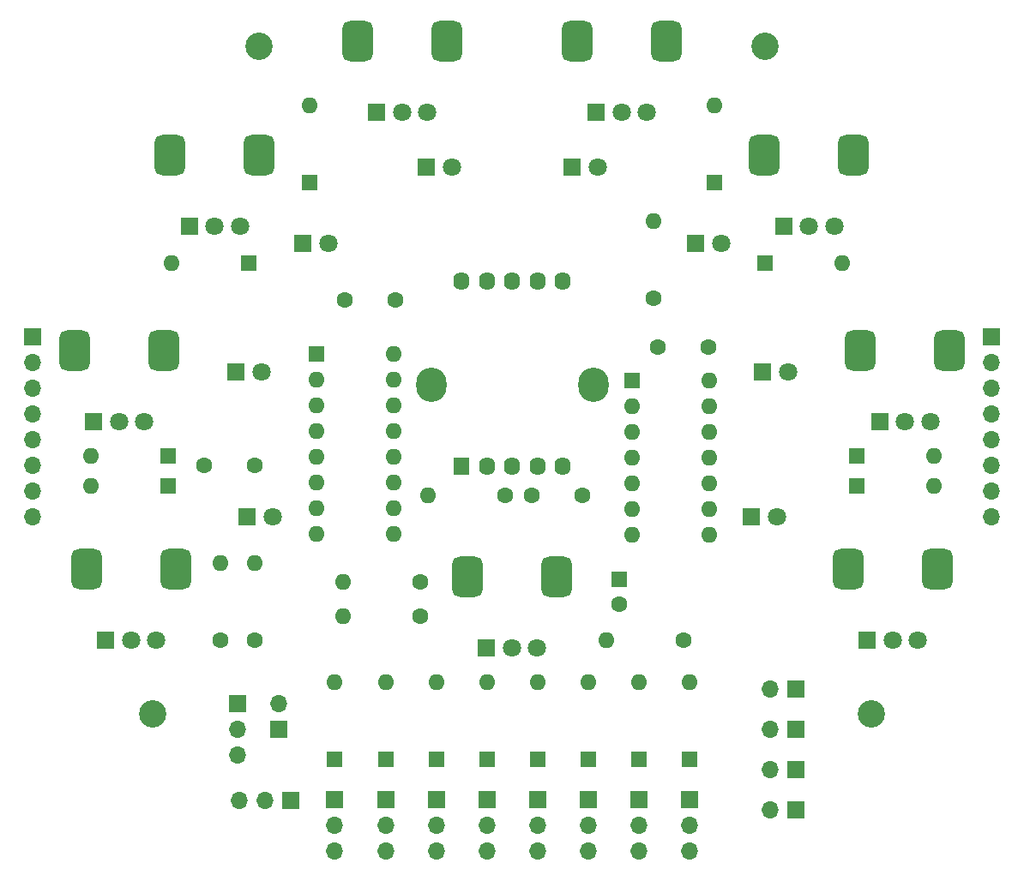
<source format=gbr>
%TF.GenerationSoftware,KiCad,Pcbnew,8.0.4*%
%TF.CreationDate,2024-08-23T11:40:29+01:00*%
%TF.ProjectId,Esp32EduModular-Baby8,45737033-3245-4647-954d-6f64756c6172,rev?*%
%TF.SameCoordinates,Original*%
%TF.FileFunction,Soldermask,Bot*%
%TF.FilePolarity,Negative*%
%FSLAX46Y46*%
G04 Gerber Fmt 4.6, Leading zero omitted, Abs format (unit mm)*
G04 Created by KiCad (PCBNEW 8.0.4) date 2024-08-23 11:40:29*
%MOMM*%
%LPD*%
G01*
G04 APERTURE LIST*
G04 Aperture macros list*
%AMRoundRect*
0 Rectangle with rounded corners*
0 $1 Rounding radius*
0 $2 $3 $4 $5 $6 $7 $8 $9 X,Y pos of 4 corners*
0 Add a 4 corners polygon primitive as box body*
4,1,4,$2,$3,$4,$5,$6,$7,$8,$9,$2,$3,0*
0 Add four circle primitives for the rounded corners*
1,1,$1+$1,$2,$3*
1,1,$1+$1,$4,$5*
1,1,$1+$1,$6,$7*
1,1,$1+$1,$8,$9*
0 Add four rect primitives between the rounded corners*
20,1,$1+$1,$2,$3,$4,$5,0*
20,1,$1+$1,$4,$5,$6,$7,0*
20,1,$1+$1,$6,$7,$8,$9,0*
20,1,$1+$1,$8,$9,$2,$3,0*%
G04 Aperture macros list end*
%ADD10C,1.600000*%
%ADD11O,1.600000X1.600000*%
%ADD12R,1.800000X1.800000*%
%ADD13C,1.800000*%
%ADD14R,1.700000X1.700000*%
%ADD15O,1.700000X1.700000*%
%ADD16R,1.600000X1.600000*%
%ADD17RoundRect,0.750000X0.750000X-1.250000X0.750000X1.250000X-0.750000X1.250000X-0.750000X-1.250000X0*%
%ADD18C,2.700000*%
%ADD19O,1.600000X1.800000*%
%ADD20R,1.600000X1.800000*%
%ADD21O,3.000000X3.400000*%
G04 APERTURE END LIST*
D10*
%TO.C,R7*%
X99314000Y-106934000D03*
D11*
X91694000Y-106934000D03*
%TD*%
D10*
%TO.C,C5*%
X106934000Y-106934000D03*
X101934000Y-106934000D03*
%TD*%
D12*
%TO.C,D2*%
X72760000Y-94750000D03*
D13*
X75300000Y-94750000D03*
%TD*%
D14*
%TO.C,SW7*%
X102500000Y-137000000D03*
D15*
X102500000Y-139540000D03*
X102500000Y-142080000D03*
%TD*%
D16*
%TO.C,D17*%
X66000000Y-106000000D03*
D11*
X58380000Y-106000000D03*
%TD*%
D12*
%TO.C,RV5*%
X108290000Y-69020000D03*
D13*
X110790000Y-69020000D03*
X113290000Y-69020000D03*
D17*
X106390000Y-62020000D03*
X115190000Y-62020000D03*
%TD*%
D16*
%TO.C,D21*%
X120000000Y-76000000D03*
D11*
X120000000Y-68380000D03*
%TD*%
D18*
%TO.C,MK3*%
X64500000Y-128500000D03*
%TD*%
D16*
%TO.C,U2*%
X80670000Y-92900000D03*
D11*
X80670000Y-95440000D03*
X80670000Y-97980000D03*
X80670000Y-100520000D03*
X80670000Y-103060000D03*
X80670000Y-105600000D03*
X80670000Y-108140000D03*
X80670000Y-110680000D03*
X88290000Y-110680000D03*
X88290000Y-108140000D03*
X88290000Y-105600000D03*
X88290000Y-103060000D03*
X88290000Y-100520000D03*
X88290000Y-97980000D03*
X88290000Y-95440000D03*
X88290000Y-92900000D03*
%TD*%
D16*
%TO.C,D12*%
X97500000Y-133000000D03*
D11*
X97500000Y-125380000D03*
%TD*%
D16*
%TO.C,U1*%
X111840000Y-95520000D03*
D11*
X111840000Y-98060000D03*
X111840000Y-100600000D03*
X111840000Y-103140000D03*
X111840000Y-105680000D03*
X111840000Y-108220000D03*
X111840000Y-110760000D03*
X119460000Y-110760000D03*
X119460000Y-108220000D03*
X119460000Y-105680000D03*
X119460000Y-103140000D03*
X119460000Y-100600000D03*
X119460000Y-98060000D03*
X119460000Y-95520000D03*
%TD*%
D18*
%TO.C,MK1*%
X75000000Y-62500000D03*
%TD*%
D14*
%TO.C,SW10*%
X117500000Y-137000000D03*
D15*
X117500000Y-139540000D03*
X117500000Y-142080000D03*
%TD*%
D12*
%TO.C,D8*%
X123630000Y-109060000D03*
D13*
X126170000Y-109060000D03*
%TD*%
D16*
%TO.C,D14*%
X107500000Y-133000000D03*
D11*
X107500000Y-125380000D03*
%TD*%
D18*
%TO.C,MK4*%
X135500000Y-128500000D03*
%TD*%
D14*
%TO.C,SW9*%
X112500000Y-137000000D03*
D15*
X112500000Y-139540000D03*
X112500000Y-142080000D03*
%TD*%
D12*
%TO.C,D5*%
X105910000Y-74490000D03*
D13*
X108450000Y-74490000D03*
%TD*%
D14*
%TO.C,SW6*%
X97500000Y-137000000D03*
D15*
X97500000Y-139540000D03*
X97500000Y-142080000D03*
%TD*%
D16*
%TO.C,D23*%
X134000000Y-103000000D03*
D11*
X141620000Y-103000000D03*
%TD*%
D14*
%TO.C,J7*%
X147300000Y-91200000D03*
D15*
X147300000Y-93740000D03*
X147300000Y-96280000D03*
X147300000Y-98820000D03*
X147300000Y-101360000D03*
X147300000Y-103900000D03*
X147300000Y-106440000D03*
X147300000Y-108980000D03*
%TD*%
D14*
%TO.C,J6*%
X52700000Y-91200000D03*
D15*
X52700000Y-93740000D03*
X52700000Y-96280000D03*
X52700000Y-98820000D03*
X52700000Y-101360000D03*
X52700000Y-103900000D03*
X52700000Y-106440000D03*
X52700000Y-108980000D03*
%TD*%
D14*
%TO.C,SW8*%
X107500000Y-137000000D03*
D15*
X107500000Y-139540000D03*
X107500000Y-142080000D03*
%TD*%
D10*
%TO.C,R6*%
X116900000Y-121190000D03*
D11*
X109280000Y-121190000D03*
%TD*%
D12*
%TO.C,D1*%
X73830000Y-109060000D03*
D13*
X76370000Y-109060000D03*
%TD*%
D10*
%TO.C,C4*%
X69620000Y-103930000D03*
X74620000Y-103930000D03*
%TD*%
D16*
%TO.C,D16*%
X117500000Y-133000000D03*
D11*
X117500000Y-125380000D03*
%TD*%
D12*
%TO.C,RV6*%
X86630000Y-69020000D03*
D13*
X89130000Y-69020000D03*
X91630000Y-69020000D03*
D17*
X84730000Y-62020000D03*
X93530000Y-62020000D03*
%TD*%
D12*
%TO.C,RV7*%
X68140000Y-80310000D03*
D13*
X70640000Y-80310000D03*
X73140000Y-80310000D03*
D17*
X66240000Y-73310000D03*
X75040000Y-73310000D03*
%TD*%
D14*
%TO.C,SW4*%
X87500000Y-137000000D03*
D15*
X87500000Y-139540000D03*
X87500000Y-142080000D03*
%TD*%
D16*
%TO.C,D15*%
X112500000Y-133000000D03*
D11*
X112500000Y-125380000D03*
%TD*%
D16*
%TO.C,D10*%
X87500000Y-133000000D03*
D11*
X87500000Y-125380000D03*
%TD*%
D16*
%TO.C,D24*%
X134000000Y-106000000D03*
D11*
X141620000Y-106000000D03*
%TD*%
D16*
%TO.C,D22*%
X125000000Y-84000000D03*
D11*
X132620000Y-84000000D03*
%TD*%
D16*
%TO.C,D13*%
X102500000Y-133000000D03*
D11*
X102500000Y-125380000D03*
%TD*%
D14*
%TO.C,J8*%
X77000000Y-130048000D03*
D15*
X77000000Y-127508000D03*
%TD*%
D12*
%TO.C,D3*%
X79300000Y-81980000D03*
D13*
X81840000Y-81980000D03*
%TD*%
D10*
%TO.C,C3*%
X119400000Y-92230000D03*
X114400000Y-92230000D03*
%TD*%
%TO.C,R3*%
X90920000Y-118810000D03*
D11*
X83300000Y-118810000D03*
%TD*%
D12*
%TO.C,RV1*%
X97460000Y-121980000D03*
D13*
X99960000Y-121980000D03*
X102460000Y-121980000D03*
D17*
X95560000Y-114980000D03*
X104360000Y-114980000D03*
%TD*%
D14*
%TO.C,SW5*%
X92500000Y-137000000D03*
D15*
X92500000Y-139540000D03*
X92500000Y-142080000D03*
%TD*%
D10*
%TO.C,R1*%
X113970000Y-87390000D03*
D11*
X113970000Y-79770000D03*
%TD*%
D12*
%TO.C,D4*%
X91550000Y-74490000D03*
D13*
X94090000Y-74490000D03*
%TD*%
D12*
%TO.C,D6*%
X118100000Y-81980000D03*
D13*
X120640000Y-81980000D03*
%TD*%
D10*
%TO.C,C1*%
X88470000Y-87560000D03*
X83470000Y-87560000D03*
%TD*%
D16*
%TO.C,C2*%
X110550000Y-115174888D03*
D10*
X110550000Y-117674888D03*
%TD*%
%TO.C,R4*%
X74550000Y-121190000D03*
D11*
X74550000Y-113570000D03*
%TD*%
D18*
%TO.C,MK2*%
X125000000Y-62500000D03*
%TD*%
D12*
%TO.C,RV4*%
X126800000Y-80310000D03*
D13*
X129300000Y-80310000D03*
X131800000Y-80310000D03*
D17*
X124900000Y-73310000D03*
X133700000Y-73310000D03*
%TD*%
D12*
%TO.C,D7*%
X124700000Y-94750000D03*
D13*
X127240000Y-94750000D03*
%TD*%
D10*
%TO.C,R2*%
X90940000Y-115440000D03*
D11*
X83320000Y-115440000D03*
%TD*%
D14*
%TO.C,J5*%
X72898000Y-127508000D03*
D15*
X72898000Y-130048000D03*
X72898000Y-132588000D03*
%TD*%
D14*
%TO.C,J4*%
X128000000Y-134000000D03*
D15*
X125460000Y-134000000D03*
%TD*%
D16*
%TO.C,D11*%
X92500000Y-133000000D03*
D11*
X92500000Y-125380000D03*
%TD*%
D14*
%TO.C,J1*%
X128000000Y-130000000D03*
D15*
X125460000Y-130000000D03*
%TD*%
D14*
%TO.C,SW3*%
X82500000Y-137000000D03*
D15*
X82500000Y-139540000D03*
X82500000Y-142080000D03*
%TD*%
D16*
%TO.C,D9*%
X82500000Y-133000000D03*
D11*
X82500000Y-125380000D03*
%TD*%
D14*
%TO.C,SW1*%
X78185000Y-137030000D03*
D15*
X75645000Y-137030000D03*
X73105000Y-137030000D03*
%TD*%
D12*
%TO.C,RV3*%
X136300000Y-99590000D03*
D13*
X138800000Y-99590000D03*
X141300000Y-99590000D03*
D17*
X134400000Y-92590000D03*
X143200000Y-92590000D03*
%TD*%
D12*
%TO.C,RV8*%
X58700000Y-99590000D03*
D13*
X61200000Y-99590000D03*
X63700000Y-99590000D03*
D17*
X56800000Y-92590000D03*
X65600000Y-92590000D03*
%TD*%
D12*
%TO.C,RV2*%
X135050000Y-121200000D03*
D13*
X137550000Y-121200000D03*
X140050000Y-121200000D03*
D17*
X133150000Y-114200000D03*
X141950000Y-114200000D03*
%TD*%
D10*
%TO.C,R5*%
X71180000Y-121190000D03*
D11*
X71180000Y-113570000D03*
%TD*%
D16*
%TO.C,D20*%
X80000000Y-76000000D03*
D11*
X80000000Y-68380000D03*
%TD*%
D16*
%TO.C,D19*%
X74000000Y-84000000D03*
D11*
X66380000Y-84000000D03*
%TD*%
D14*
%TO.C,J2*%
X128000000Y-138000000D03*
D15*
X125460000Y-138000000D03*
%TD*%
D12*
%TO.C,RV9*%
X59870000Y-121200000D03*
D13*
X62370000Y-121200000D03*
X64870000Y-121200000D03*
D17*
X57970000Y-114200000D03*
X66770000Y-114200000D03*
%TD*%
D19*
%TO.C,SW2*%
X97500000Y-85700000D03*
X100000000Y-85700000D03*
X102500000Y-85700000D03*
X105000000Y-85700000D03*
X105000000Y-104000000D03*
X102500000Y-104000000D03*
X100000000Y-104000000D03*
X97500000Y-104000000D03*
D20*
X95000000Y-104000000D03*
D19*
X95000000Y-85700000D03*
D21*
X92000000Y-95950000D03*
X108000000Y-95950000D03*
%TD*%
D16*
%TO.C,D18*%
X66000000Y-103000000D03*
D11*
X58380000Y-103000000D03*
%TD*%
D14*
%TO.C,J3*%
X128000000Y-126000000D03*
D15*
X125460000Y-126000000D03*
%TD*%
M02*

</source>
